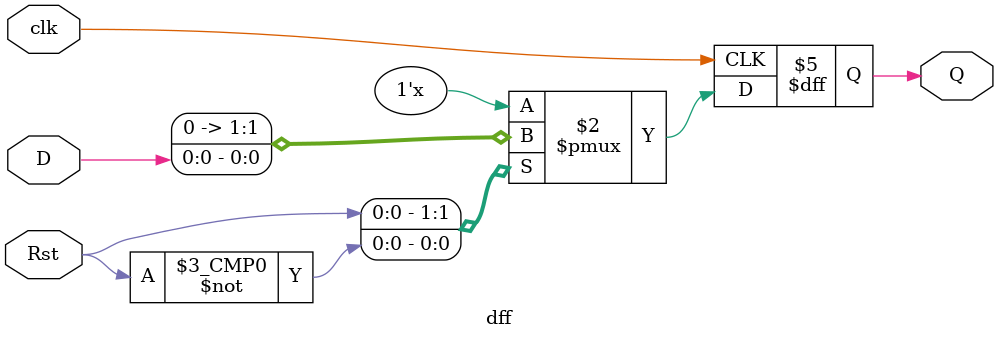
<source format=v>
module dff(D,clk,Rst,Q);
 input D,clk,Rst;
 output Q;

 always @(posedge clk)
 begin
	 case(Rst)
		 1'b1 : Q<=1'b0;
		 1'b0 : Q<=D;
	 endcase

 end
 endmodule
	 

</source>
